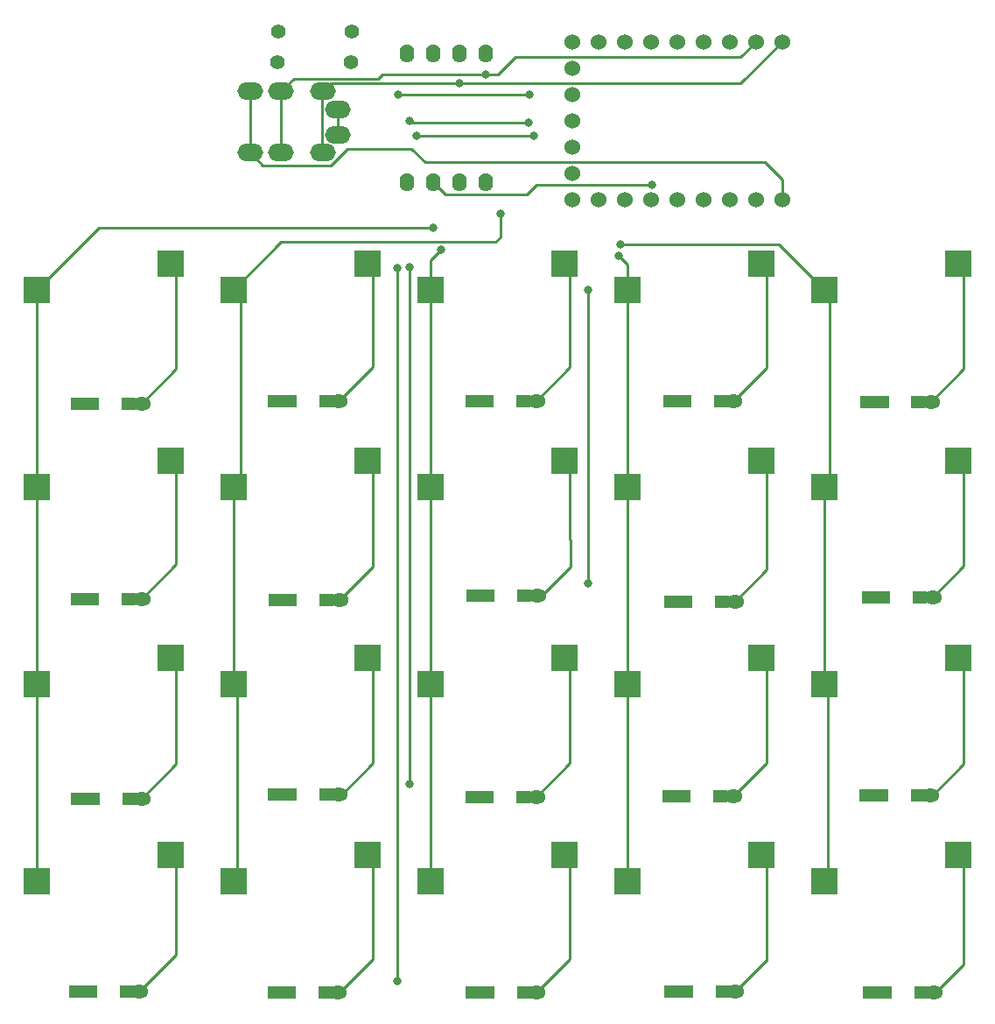
<source format=gbr>
%TF.GenerationSoftware,KiCad,Pcbnew,7.0.8*%
%TF.CreationDate,2023-11-23T22:11:04+09:00*%
%TF.ProjectId,jisaku20rp_tb,6a697361-6b75-4323-9072-705f74622e6b,rev?*%
%TF.SameCoordinates,Original*%
%TF.FileFunction,Copper,L2,Bot*%
%TF.FilePolarity,Positive*%
%FSLAX46Y46*%
G04 Gerber Fmt 4.6, Leading zero omitted, Abs format (unit mm)*
G04 Created by KiCad (PCBNEW 7.0.8) date 2023-11-23 22:11:04*
%MOMM*%
%LPD*%
G01*
G04 APERTURE LIST*
%TA.AperFunction,ComponentPad*%
%ADD10C,1.397000*%
%TD*%
%TA.AperFunction,ComponentPad*%
%ADD11O,1.397000X1.778000*%
%TD*%
%TA.AperFunction,ComponentPad*%
%ADD12O,2.500000X1.700000*%
%TD*%
%TA.AperFunction,SMDPad,CuDef*%
%ADD13R,2.550000X2.500000*%
%TD*%
%TA.AperFunction,ComponentPad*%
%ADD14C,1.524000*%
%TD*%
%TA.AperFunction,ComponentPad*%
%ADD15R,1.778000X1.300000*%
%TD*%
%TA.AperFunction,SMDPad,CuDef*%
%ADD16R,1.400000X1.300000*%
%TD*%
%TA.AperFunction,ComponentPad*%
%ADD17O,1.778000X1.300000*%
%TD*%
%TA.AperFunction,ViaPad*%
%ADD18C,0.800000*%
%TD*%
%TA.AperFunction,Conductor*%
%ADD19C,0.250000*%
%TD*%
G04 APERTURE END LIST*
D10*
%TO.P,R2,2*%
%TO.N,SDA*%
X23286000Y24530000D03*
%TO.P,R2,1*%
%TO.N,VCC*%
X16174000Y24530000D03*
%TD*%
%TO.P,R1,2*%
%TO.N,SCL*%
X23386000Y27460000D03*
%TO.P,R1,1*%
%TO.N,VCC*%
X16274000Y27460000D03*
%TD*%
D11*
%TO.P,OL1,4,GND*%
%TO.N,GND*%
X36356000Y12924000D03*
X36356000Y25370000D03*
%TO.P,OL1,3,VCC*%
%TO.N,VCC*%
X33816000Y12924000D03*
X33816000Y25370000D03*
%TO.P,OL1,2,SCL*%
%TO.N,SCL*%
X31276000Y12924000D03*
X31276000Y25370000D03*
%TO.P,OL1,1,SDA*%
%TO.N,SDA*%
X28736000Y12924000D03*
X28736000Y25370000D03*
%TD*%
D12*
%TO.P,J1,A*%
%TO.N,unconnected-(J1-PadA)*%
X22060000Y17520000D03*
X22060000Y19970000D03*
%TO.P,J1,B*%
%TO.N,data*%
X13560000Y15770000D03*
X13560000Y21720000D03*
%TO.P,J1,C*%
%TO.N,GND*%
X16560000Y15770000D03*
X16560000Y21720000D03*
%TO.P,J1,D*%
%TO.N,VCC*%
X20560000Y15770000D03*
X20560000Y21720000D03*
%TD*%
D13*
%TO.P,SW15,1,1*%
%TO.N,col4*%
X69115000Y-35560000D03*
%TO.P,SW15,2,2*%
%TO.N,Net-(D15-A)*%
X82042000Y-33020000D03*
%TD*%
%TO.P,SW1,1,1*%
%TO.N,col0*%
X-7085000Y2540000D03*
%TO.P,SW1,2,2*%
%TO.N,Net-(D1-A)*%
X5842000Y5080000D03*
%TD*%
%TO.P,SW14,1,1*%
%TO.N,col3*%
X50065000Y-35560000D03*
%TO.P,SW14,2,2*%
%TO.N,Net-(D14-A)*%
X62992000Y-33020000D03*
%TD*%
%TO.P,SW2,1,1*%
%TO.N,col1*%
X11965000Y2540000D03*
%TO.P,SW2,2,2*%
%TO.N,Net-(D2-A)*%
X24892000Y5080000D03*
%TD*%
%TO.P,SW17,1,1*%
%TO.N,col1*%
X11965000Y-54610000D03*
%TO.P,SW17,2,2*%
%TO.N,Net-(D17-A)*%
X24892000Y-52070000D03*
%TD*%
D14*
%TO.P,U2,0,GP0*%
%TO.N,data*%
X65000000Y11230000D03*
%TO.P,U2,1,GP1*%
%TO.N,unconnected-(U2-GP1-Pad1)*%
X62460000Y11230000D03*
%TO.P,U2,2,GP2*%
%TO.N,unconnected-(U2-GP2-Pad2)*%
X59920000Y11230000D03*
%TO.P,U2,3,GP3*%
%TO.N,unconnected-(U2-GP3-Pad3)*%
X57380000Y11230000D03*
%TO.P,U2,4,GP4*%
%TO.N,unconnected-(U2-GP4-Pad4)*%
X54840000Y11230000D03*
%TO.P,U2,5,GP5*%
%TO.N,unconnected-(U2-GP5-Pad5)*%
X52300000Y11230000D03*
%TO.P,U2,6,GP6*%
%TO.N,unconnected-(U2-GP6-Pad6)*%
X49760000Y11230000D03*
%TO.P,U2,7,GP7*%
%TO.N,col4*%
X47220000Y11230000D03*
%TO.P,U2,8,GP8*%
%TO.N,col3*%
X44680000Y11230000D03*
%TO.P,U2,9,GP9*%
%TO.N,row0*%
X44680000Y13770000D03*
%TO.P,U2,10,GP10*%
%TO.N,row1*%
X44680000Y16310000D03*
%TO.P,U2,11,GP11*%
%TO.N,row2*%
X44680000Y18850000D03*
%TO.P,U2,12,GP12*%
%TO.N,row3*%
X44680000Y21390000D03*
%TO.P,U2,13,GP13*%
%TO.N,col2*%
X44680000Y23930000D03*
%TO.P,U2,14,GP14*%
%TO.N,col1*%
X44680000Y26470000D03*
%TO.P,U2,15,GP15*%
%TO.N,col0*%
X47220000Y26470000D03*
%TO.P,U2,26,GP26*%
%TO.N,SDA*%
X49760000Y26470000D03*
%TO.P,U2,27,GP27*%
%TO.N,SCL*%
X52300000Y26470000D03*
%TO.P,U2,28,GP28*%
%TO.N,unconnected-(U2-GP28-Pad28)*%
X54840000Y26470000D03*
%TO.P,U2,29,GP29*%
%TO.N,unconnected-(U2-GP29-Pad29)*%
X57380000Y26470000D03*
%TO.P,U2,30,3V3*%
%TO.N,unconnected-(U2-3V3-Pad30)*%
X59920000Y26470000D03*
%TO.P,U2,31,GND*%
%TO.N,GND*%
X62460000Y26470000D03*
%TO.P,U2,32,5V*%
%TO.N,VCC*%
X65000000Y26470000D03*
%TD*%
D13*
%TO.P,SW5,1,1*%
%TO.N,col4*%
X69115000Y2540000D03*
%TO.P,SW5,2,2*%
%TO.N,Net-(D5-A)*%
X82042000Y5080000D03*
%TD*%
%TO.P,SW7,1,1*%
%TO.N,col1*%
X11965000Y-16510000D03*
%TO.P,SW7,2,2*%
%TO.N,Net-(D7-A)*%
X24892000Y-13970000D03*
%TD*%
%TO.P,SW20,1,1*%
%TO.N,col4*%
X69115000Y-54610000D03*
%TO.P,SW20,2,2*%
%TO.N,Net-(D20-A)*%
X82042000Y-52070000D03*
%TD*%
%TO.P,SW8,1,1*%
%TO.N,col2*%
X31015000Y-16510000D03*
%TO.P,SW8,2,2*%
%TO.N,Net-(D8-A)*%
X43942000Y-13970000D03*
%TD*%
%TO.P,SW10,1,1*%
%TO.N,col4*%
X69115000Y-16510000D03*
%TO.P,SW10,2,2*%
%TO.N,Net-(D10-A)*%
X82042000Y-13970000D03*
%TD*%
%TO.P,SW3,1,1*%
%TO.N,col2*%
X31015000Y2540000D03*
%TO.P,SW3,2,2*%
%TO.N,Net-(D3-A)*%
X43942000Y5080000D03*
%TD*%
%TO.P,SW16,1,1*%
%TO.N,col0*%
X-7085000Y-54610000D03*
%TO.P,SW16,2,2*%
%TO.N,Net-(D16-A)*%
X5842000Y-52070000D03*
%TD*%
%TO.P,SW18,1,1*%
%TO.N,col2*%
X31015000Y-54610000D03*
%TO.P,SW18,2,2*%
%TO.N,Net-(D18-A)*%
X43942000Y-52070000D03*
%TD*%
%TO.P,SW12,1,1*%
%TO.N,col1*%
X11965000Y-35560000D03*
%TO.P,SW12,2,2*%
%TO.N,Net-(D12-A)*%
X24892000Y-33020000D03*
%TD*%
%TO.P,SW9,1,1*%
%TO.N,col3*%
X50065000Y-16510000D03*
%TO.P,SW9,2,2*%
%TO.N,Net-(D9-A)*%
X62992000Y-13970000D03*
%TD*%
%TO.P,SW11,1,1*%
%TO.N,col0*%
X-7085000Y-35560000D03*
%TO.P,SW11,2,2*%
%TO.N,Net-(D11-A)*%
X5842000Y-33020000D03*
%TD*%
%TO.P,SW6,1,1*%
%TO.N,col0*%
X-7085000Y-16510000D03*
%TO.P,SW6,2,2*%
%TO.N,Net-(D6-A)*%
X5842000Y-13970000D03*
%TD*%
%TO.P,SW4,1,1*%
%TO.N,col3*%
X50065000Y2540000D03*
%TO.P,SW4,2,2*%
%TO.N,Net-(D4-A)*%
X62992000Y5080000D03*
%TD*%
%TO.P,SW13,1,1*%
%TO.N,col2*%
X31015000Y-35560000D03*
%TO.P,SW13,2,2*%
%TO.N,Net-(D13-A)*%
X43942000Y-33020000D03*
%TD*%
%TO.P,SW19,1,1*%
%TO.N,col3*%
X50065000Y-54610000D03*
%TO.P,SW19,2,2*%
%TO.N,Net-(D19-A)*%
X62992000Y-52070000D03*
%TD*%
D15*
%TO.P,D15,1,K*%
%TO.N,row2*%
X73360000Y-46332500D03*
D16*
X74585000Y-46332500D03*
%TO.P,D15,2,A*%
%TO.N,Net-(D15-A)*%
X78135000Y-46332500D03*
D17*
X79360000Y-46332500D03*
%TD*%
D15*
%TO.P,D11,1,K*%
%TO.N,row2*%
X-2930000Y-46640000D03*
D16*
X-1705000Y-46640000D03*
%TO.P,D11,2,A*%
%TO.N,Net-(D11-A)*%
X1845000Y-46640000D03*
D17*
X3070000Y-46640000D03*
%TD*%
D15*
%TO.P,D4,1,K*%
%TO.N,row0*%
X54330000Y-8240000D03*
D16*
X55555000Y-8240000D03*
%TO.P,D4,2,A*%
%TO.N,Net-(D4-A)*%
X59105000Y-8240000D03*
D17*
X60330000Y-8240000D03*
%TD*%
D15*
%TO.P,D6,1,K*%
%TO.N,row1*%
X-2950000Y-27340000D03*
D16*
X-1725000Y-27340000D03*
%TO.P,D6,2,A*%
%TO.N,Net-(D6-A)*%
X1825000Y-27340000D03*
D17*
X3050000Y-27340000D03*
%TD*%
D15*
%TO.P,D9,1,K*%
%TO.N,row1*%
X54440000Y-27630000D03*
D16*
X55665000Y-27630000D03*
%TO.P,D9,2,A*%
%TO.N,Net-(D9-A)*%
X59215000Y-27630000D03*
D17*
X60440000Y-27630000D03*
%TD*%
D15*
%TO.P,D8,1,K*%
%TO.N,row1*%
X35310000Y-27050000D03*
D16*
X36535000Y-27050000D03*
%TO.P,D8,2,A*%
%TO.N,Net-(D8-A)*%
X40085000Y-27050000D03*
D17*
X41310000Y-27050000D03*
%TD*%
D15*
%TO.P,D20,1,K*%
%TO.N,row3*%
X73695000Y-65430000D03*
D16*
X74920000Y-65430000D03*
%TO.P,D20,2,A*%
%TO.N,Net-(D20-A)*%
X78470000Y-65430000D03*
D17*
X79695000Y-65430000D03*
%TD*%
D15*
%TO.P,D17,1,K*%
%TO.N,row3*%
X16061250Y-65430000D03*
D16*
X17286250Y-65430000D03*
%TO.P,D17,2,A*%
%TO.N,Net-(D17-A)*%
X20836250Y-65430000D03*
D17*
X22061250Y-65430000D03*
%TD*%
D15*
%TO.P,D12,1,K*%
%TO.N,row2*%
X16142500Y-46230000D03*
D16*
X17367500Y-46230000D03*
%TO.P,D12,2,A*%
%TO.N,Net-(D12-A)*%
X20917500Y-46230000D03*
D17*
X22142500Y-46230000D03*
%TD*%
D15*
%TO.P,D10,1,K*%
%TO.N,row1*%
X73570000Y-27195000D03*
D16*
X74795000Y-27195000D03*
%TO.P,D10,2,A*%
%TO.N,Net-(D10-A)*%
X78345000Y-27195000D03*
D17*
X79570000Y-27195000D03*
%TD*%
D15*
%TO.P,D5,1,K*%
%TO.N,row0*%
X73430000Y-8300000D03*
D16*
X74655000Y-8300000D03*
%TO.P,D5,2,A*%
%TO.N,Net-(D5-A)*%
X78205000Y-8300000D03*
D17*
X79430000Y-8300000D03*
%TD*%
D15*
%TO.P,D13,1,K*%
%TO.N,row2*%
X35215000Y-46537500D03*
D16*
X36440000Y-46537500D03*
%TO.P,D13,2,A*%
%TO.N,Net-(D13-A)*%
X39990000Y-46537500D03*
D17*
X41215000Y-46537500D03*
%TD*%
D15*
%TO.P,D1,1,K*%
%TO.N,row0*%
X-2970000Y-8510000D03*
D16*
X-1745000Y-8510000D03*
%TO.P,D1,2,A*%
%TO.N,Net-(D1-A)*%
X1805000Y-8510000D03*
D17*
X3030000Y-8510000D03*
%TD*%
D15*
%TO.P,D14,1,K*%
%TO.N,row2*%
X54287500Y-46435000D03*
D16*
X55512500Y-46435000D03*
%TO.P,D14,2,A*%
%TO.N,Net-(D14-A)*%
X59062500Y-46435000D03*
D17*
X60287500Y-46435000D03*
%TD*%
D15*
%TO.P,D7,1,K*%
%TO.N,row1*%
X16180000Y-27485000D03*
D16*
X17405000Y-27485000D03*
%TO.P,D7,2,A*%
%TO.N,Net-(D7-A)*%
X20955000Y-27485000D03*
D17*
X22180000Y-27485000D03*
%TD*%
D15*
%TO.P,D3,1,K*%
%TO.N,row0*%
X35230000Y-8240000D03*
D16*
X36455000Y-8240000D03*
%TO.P,D3,2,A*%
%TO.N,Net-(D3-A)*%
X40005000Y-8240000D03*
D17*
X41230000Y-8240000D03*
%TD*%
D15*
%TO.P,D19,1,K*%
%TO.N,row3*%
X54483750Y-65300000D03*
D16*
X55708750Y-65300000D03*
%TO.P,D19,2,A*%
%TO.N,Net-(D19-A)*%
X59258750Y-65300000D03*
D17*
X60483750Y-65300000D03*
%TD*%
D15*
%TO.P,D18,1,K*%
%TO.N,row3*%
X35272500Y-65430000D03*
D16*
X36497500Y-65430000D03*
%TO.P,D18,2,A*%
%TO.N,Net-(D18-A)*%
X40047500Y-65430000D03*
D17*
X41272500Y-65430000D03*
%TD*%
D15*
%TO.P,D16,1,K*%
%TO.N,row3*%
X-3150000Y-65300000D03*
D16*
X-1925000Y-65300000D03*
%TO.P,D16,2,A*%
%TO.N,Net-(D16-A)*%
X1625000Y-65300000D03*
D17*
X2850000Y-65300000D03*
%TD*%
D15*
%TO.P,D2,1,K*%
%TO.N,row0*%
X16130000Y-8240000D03*
D16*
X17355000Y-8240000D03*
%TO.P,D2,2,A*%
%TO.N,Net-(D2-A)*%
X20905000Y-8240000D03*
D17*
X22130000Y-8240000D03*
%TD*%
D18*
%TO.N,GND*%
X36320000Y23360000D03*
%TO.N,SCL*%
X52387500Y12700000D03*
%TO.N,SDA*%
X41030000Y17440000D03*
X29685000Y17440000D03*
%TO.N,VCC*%
X33800000Y22477000D03*
%TO.N,row3*%
X27840000Y21410000D03*
%TO.N,col1*%
X37745500Y9920000D03*
%TO.N,row1*%
X46220000Y2490000D03*
X46220000Y-25840000D03*
%TO.N,row2*%
X28980000Y-45255000D03*
X28970000Y4720000D03*
X28960000Y18850000D03*
X40490000Y18720000D03*
%TO.N,row3*%
X27820000Y4640000D03*
X27810000Y-64320000D03*
X40560000Y21370000D03*
X27840000Y21410000D03*
%TO.N,col0*%
X31220000Y8510000D03*
%TO.N,col2*%
X32050000Y6410000D03*
%TO.N,col3*%
X49220000Y5790000D03*
%TO.N,col4*%
X49410000Y6955000D03*
%TD*%
D19*
%TO.N,col1*%
X37280000Y7140000D02*
X29740000Y7140000D01*
%TO.N,GND*%
X37563000Y23360000D02*
X36320000Y23360000D01*
X36320000Y23360000D02*
X26330000Y23360000D01*
%TO.N,data*%
X60720000Y14857000D02*
X30471624Y14857000D01*
X30471624Y14857000D02*
X29164312Y16164312D01*
X21349615Y14568625D02*
X14761375Y14568625D01*
X29164312Y16164312D02*
X22945302Y16164312D01*
X22945302Y16164312D02*
X21349615Y14568625D01*
X14761375Y14568625D02*
X13560000Y15770000D01*
%TO.N,SCL*%
X31276000Y12924000D02*
X32484907Y11715093D01*
X32484907Y11715093D02*
X40307093Y11715093D01*
X40307093Y11715093D02*
X41275000Y12683000D01*
X41275000Y12683000D02*
X52370500Y12683000D01*
X52370500Y12683000D02*
X52387500Y12700000D01*
%TO.N,SDA*%
X41030000Y17440000D02*
X29685000Y17440000D01*
%TO.N,VCC*%
X61007000Y22477000D02*
X33800000Y22477000D01*
X33800000Y22477000D02*
X21317000Y22477000D01*
%TO.N,GND*%
X62460000Y26470000D02*
X61007000Y25017000D01*
X61007000Y25017000D02*
X39220000Y25017000D01*
X39220000Y25017000D02*
X37563000Y23360000D01*
X26330000Y23360000D02*
X25900000Y22930000D01*
X25900000Y22930000D02*
X17770000Y22930000D01*
X17770000Y22930000D02*
X16560000Y21720000D01*
%TO.N,col1*%
X37745500Y9920000D02*
X37740000Y9914500D01*
X37740000Y9914500D02*
X37740000Y7600000D01*
X37740000Y7600000D02*
X37280000Y7140000D01*
X29740000Y7140000D02*
X16565000Y7140000D01*
%TO.N,Net-(D1-A)*%
X5842000Y5080000D02*
X6405000Y4517000D01*
X6405000Y4517000D02*
X6405000Y-5135000D01*
X6405000Y-5135000D02*
X3030000Y-8510000D01*
%TO.N,Net-(D2-A)*%
X25455000Y-4915000D02*
X22130000Y-8240000D01*
X24892000Y5080000D02*
X25455000Y4517000D01*
X25455000Y4517000D02*
X25455000Y-4915000D01*
%TO.N,Net-(D3-A)*%
X43942000Y5080000D02*
X44505000Y4517000D01*
X44505000Y4517000D02*
X44505000Y-4965000D01*
X44505000Y-4965000D02*
X41230000Y-8240000D01*
%TO.N,Net-(D4-A)*%
X63555000Y-5015000D02*
X60330000Y-8240000D01*
X63555000Y4517000D02*
X63555000Y-5015000D01*
X62992000Y5080000D02*
X63555000Y4517000D01*
%TO.N,Net-(D5-A)*%
X82042000Y5080000D02*
X82605000Y4517000D01*
X82605000Y4517000D02*
X82605000Y-5125000D01*
X82605000Y-5125000D02*
X79430000Y-8300000D01*
%TO.N,row1*%
X46220000Y2490000D02*
X46220000Y-25840000D01*
%TO.N,Net-(D6-A)*%
X6405000Y-14533000D02*
X6405000Y-23985000D01*
X6405000Y-23985000D02*
X3050000Y-27340000D01*
X5842000Y-13970000D02*
X6405000Y-14533000D01*
%TO.N,Net-(D7-A)*%
X22180000Y-27485000D02*
X25455000Y-24210000D01*
X25455000Y-14533000D02*
X24892000Y-13970000D01*
X25455000Y-24210000D02*
X25455000Y-14533000D01*
%TO.N,Net-(D8-A)*%
X44520000Y-21590000D02*
X44520000Y-24260000D01*
X44505000Y-21575000D02*
X44520000Y-21590000D01*
X44505000Y-14533000D02*
X44505000Y-21575000D01*
X41730000Y-27050000D02*
X41310000Y-27050000D01*
X43942000Y-13970000D02*
X44505000Y-14533000D01*
X44520000Y-24260000D02*
X41730000Y-27050000D01*
%TO.N,Net-(D9-A)*%
X63555000Y-24515000D02*
X60440000Y-27630000D01*
X62992000Y-13970000D02*
X63555000Y-14533000D01*
X63555000Y-14533000D02*
X63555000Y-24515000D01*
%TO.N,Net-(D10-A)*%
X82605000Y-14533000D02*
X82605000Y-24160000D01*
X82042000Y-13970000D02*
X82605000Y-14533000D01*
X82605000Y-24160000D02*
X79570000Y-27195000D01*
%TO.N,row2*%
X28970000Y-45245000D02*
X28980000Y-45255000D01*
X29090000Y18720000D02*
X28960000Y18850000D01*
X28970000Y4720000D02*
X28970000Y-45245000D01*
X40490000Y18720000D02*
X29090000Y18720000D01*
%TO.N,Net-(D11-A)*%
X6405000Y-43305000D02*
X6405000Y-33583000D01*
X6405000Y-33583000D02*
X5842000Y-33020000D01*
X3070000Y-46640000D02*
X6405000Y-43305000D01*
%TO.N,row3*%
X40520000Y21410000D02*
X40560000Y21370000D01*
X27820000Y4640000D02*
X27820000Y-64310000D01*
X27840000Y21410000D02*
X40520000Y21410000D01*
X27820000Y-64310000D02*
X27810000Y-64320000D01*
%TO.N,Net-(D12-A)*%
X22450000Y-46230000D02*
X22142500Y-46230000D01*
X24892000Y-33020000D02*
X25455000Y-33583000D01*
X25455000Y-43225000D02*
X22450000Y-46230000D01*
X25455000Y-33583000D02*
X25455000Y-43225000D01*
%TO.N,Net-(D13-A)*%
X44505000Y-43247500D02*
X41215000Y-46537500D01*
X44505000Y-33583000D02*
X44505000Y-43247500D01*
X43942000Y-33020000D02*
X44505000Y-33583000D01*
%TO.N,Net-(D14-A)*%
X63555000Y-33583000D02*
X63555000Y-43167500D01*
X62992000Y-33020000D02*
X63555000Y-33583000D01*
X63555000Y-43167500D02*
X60287500Y-46435000D01*
%TO.N,Net-(D15-A)*%
X79567500Y-46332500D02*
X79360000Y-46332500D01*
X82042000Y-33020000D02*
X82605000Y-33583000D01*
X82605000Y-33583000D02*
X82605000Y-43295000D01*
X82605000Y-43295000D02*
X79567500Y-46332500D01*
%TO.N,Net-(D16-A)*%
X6370000Y-61780000D02*
X6370000Y-60520000D01*
X2850000Y-65300000D02*
X6370000Y-61780000D01*
X6370000Y-60520000D02*
X6405000Y-60485000D01*
X6405000Y-52633000D02*
X5842000Y-52070000D01*
X6405000Y-60485000D02*
X6405000Y-52633000D01*
%TO.N,Net-(D17-A)*%
X25455000Y-62185000D02*
X22210000Y-65430000D01*
X24892000Y-52070000D02*
X25455000Y-52633000D01*
X22210000Y-65430000D02*
X22061250Y-65430000D01*
X25455000Y-52633000D02*
X25455000Y-62185000D01*
%TO.N,Net-(D18-A)*%
X44505000Y-62197500D02*
X44505000Y-52633000D01*
X44505000Y-52633000D02*
X43942000Y-52070000D01*
X41272500Y-65430000D02*
X44505000Y-62197500D01*
%TO.N,Net-(D19-A)*%
X63555000Y-52633000D02*
X63555000Y-62315000D01*
X62992000Y-52070000D02*
X63555000Y-52633000D01*
X63555000Y-62315000D02*
X63468750Y-62315000D01*
X63468750Y-62315000D02*
X60483750Y-65300000D01*
%TO.N,Net-(D20-A)*%
X82605000Y-52633000D02*
X82605000Y-62655000D01*
X82042000Y-52070000D02*
X82605000Y-52633000D01*
X82605000Y-62655000D02*
X79830000Y-65430000D01*
X79830000Y-65430000D02*
X79695000Y-65430000D01*
%TO.N,col0*%
X31260000Y8550000D02*
X31220000Y8510000D01*
X31220000Y8510000D02*
X31180000Y8550000D01*
X-7085000Y-35560000D02*
X-7085000Y-54610000D01*
X31180000Y8550000D02*
X-1075000Y8550000D01*
X-1075000Y8550000D02*
X-7085000Y2540000D01*
X-7085000Y-16510000D02*
X-7085000Y-35560000D01*
X-7085000Y2540000D02*
X-7085000Y-16510000D01*
%TO.N,col1*%
X12645000Y-15830000D02*
X12645000Y1860000D01*
X12310000Y-35905000D02*
X11965000Y-35560000D01*
X11965000Y-54610000D02*
X12310000Y-54265000D01*
X11965000Y-35560000D02*
X11965000Y-16510000D01*
X16565000Y7140000D02*
X11965000Y2540000D01*
X12310000Y-54265000D02*
X12310000Y-35905000D01*
X12645000Y1860000D02*
X11965000Y2540000D01*
X11965000Y-16510000D02*
X12645000Y-15830000D01*
%TO.N,col2*%
X31015000Y-16510000D02*
X31015000Y-35560000D01*
X31015000Y2540000D02*
X31015000Y-16510000D01*
X31015000Y-54610000D02*
X31015000Y-35560000D01*
X32050000Y6410000D02*
X31015000Y5375000D01*
X31015000Y5375000D02*
X31015000Y2540000D01*
%TO.N,col3*%
X50065000Y-35560000D02*
X50065000Y-16510000D01*
X50065000Y-54610000D02*
X50065000Y-35560000D01*
X50065000Y4945000D02*
X49220000Y5790000D01*
X50065000Y-16510000D02*
X50065000Y2540000D01*
X50065000Y2540000D02*
X50065000Y4945000D01*
%TO.N,col4*%
X69115000Y-35560000D02*
X69400000Y-35845000D01*
X64700000Y6955000D02*
X69115000Y2540000D01*
X69580000Y-16045000D02*
X69115000Y-16510000D01*
X69400000Y-35845000D02*
X69400000Y-54325000D01*
X69115000Y-16510000D02*
X69115000Y-35560000D01*
X49295000Y6955000D02*
X49410000Y6955000D01*
X49410000Y6955000D02*
X64700000Y6955000D01*
X69115000Y2540000D02*
X69580000Y2075000D01*
X69400000Y-54325000D02*
X69115000Y-54610000D01*
X69580000Y2075000D02*
X69580000Y-16045000D01*
%TO.N,GND*%
X16560000Y21720000D02*
X16560000Y15770000D01*
%TO.N,data*%
X65000000Y13210000D02*
X65000000Y11230000D01*
X63353000Y14857000D02*
X65000000Y13210000D01*
X13560000Y21720000D02*
X13560000Y15770000D01*
X60720000Y14857000D02*
X63353000Y14857000D01*
X61113000Y14857000D02*
X60720000Y14857000D01*
%TO.N,VCC*%
X20535000Y21695000D02*
X20535000Y15795000D01*
X21317000Y22477000D02*
X20560000Y21720000D01*
X20535000Y15795000D02*
X20560000Y15770000D01*
X20560000Y21720000D02*
X20535000Y21695000D01*
X65000000Y26470000D02*
X61007000Y22477000D01*
%TO.N,unconnected-(J1-PadA)*%
X22060000Y19970000D02*
X22060000Y17520000D01*
%TD*%
M02*

</source>
